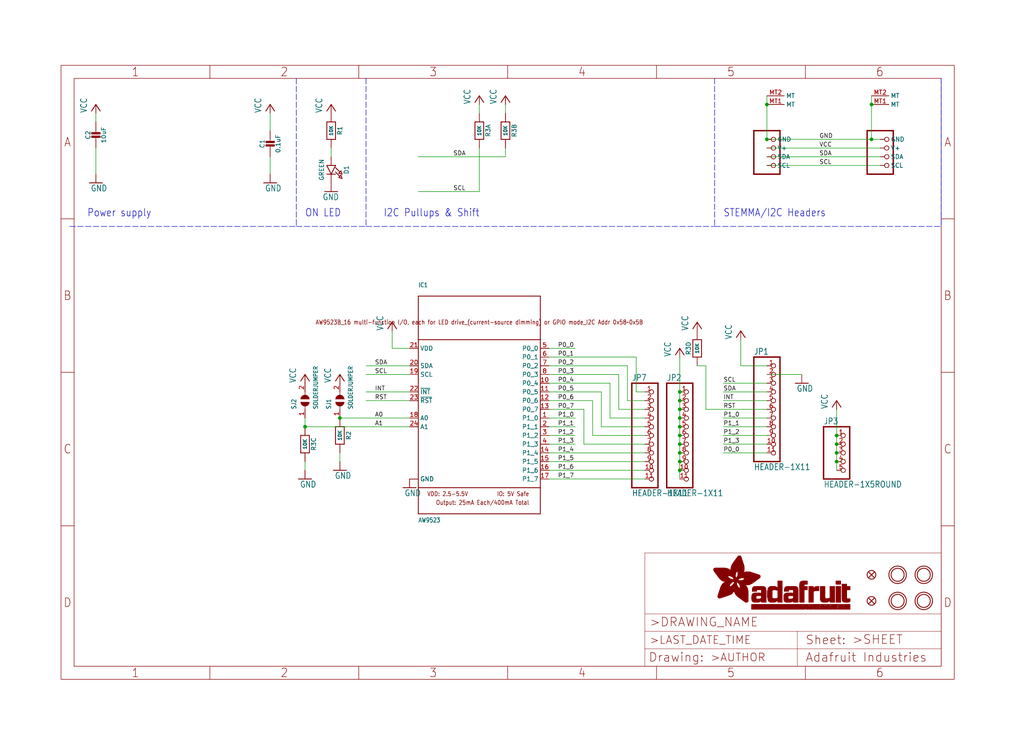
<source format=kicad_sch>
(kicad_sch (version 20211123) (generator eeschema)
  (paper "User" 298.45 217.881)
  (lib_symbols
    (symbol "eagleSchem-eagle-import:AW9523"
      (property "Reference" "IC" (at -17.78 38.1 0))
      (property "Value" "AW9523" (at -17.78 -30.48 0))
      (symbol "AW9523_1_0"
        (text "AW9523B_16 multi-function I/O, each for LED drive_(current-source dimming) or GPIO mode_I2C Addr 0x58~0x5B" (at 0 27.94 0) (effects (font (size 1.27 1.0795))))
        (text "IO: 5V Safe" (at 5.08 -22.86 0) (effects (font (size 1.27 1.0795)) (justify left bottom)))
        (text "Output: 25mA Each/400mA Total" (at -12.7 -25.4 0) (effects (font (size 1.27 1.0795)) (justify left bottom)))
        (text "VDD: 2.5-5.5V" (at -15.24 -22.86 0) (effects (font (size 1.27 1.0795)) (justify left bottom)))
        (pin bidirectional line (at 20.32 0 180) (length 2.54) (name "P1_0") (number "1"))
        (pin bidirectional line (at 20.32 10.16 180) (length 2.54) (name "P0_4") (number "10"))
        (pin bidirectional line (at 20.32 7.62 180) (length 2.54) (name "P0_5") (number "11"))
        (pin bidirectional line (at 20.32 5.08 180) (length 2.54) (name "P0_6") (number "12"))
        (pin bidirectional line (at 20.32 2.54 180) (length 2.54) (name "P0_7") (number "13"))
        (pin bidirectional line (at 20.32 -10.16 180) (length 2.54) (name "P1_4") (number "14"))
        (pin bidirectional line (at 20.32 -12.7 180) (length 2.54) (name "P1_5") (number "15"))
        (pin bidirectional line (at 20.32 -15.24 180) (length 2.54) (name "P1_6") (number "16"))
        (pin bidirectional line (at 20.32 -17.78 180) (length 2.54) (name "P1_7") (number "17"))
        (pin input line (at -20.32 0 0) (length 2.54) (name "A0") (number "18"))
        (pin bidirectional line (at -20.32 12.7 0) (length 2.54) (name "SCL") (number "19"))
        (pin bidirectional line (at 20.32 -2.54 180) (length 2.54) (name "P1_1") (number "2"))
        (pin bidirectional line (at -20.32 15.24 0) (length 2.54) (name "SDA") (number "20"))
        (pin power_in line (at -20.32 20.32 0) (length 2.54) (name "VDD") (number "21"))
        (pin output line (at -20.32 7.62 0) (length 2.54) (name "~{INT}") (number "22"))
        (pin input line (at -20.32 5.08 0) (length 2.54) (name "~{RST}") (number "23"))
        (pin input line (at -20.32 -2.54 0) (length 2.54) (name "A1") (number "24"))
        (pin bidirectional line (at 20.32 -5.08 180) (length 2.54) (name "P1_2") (number "3"))
        (pin bidirectional line (at 20.32 -7.62 180) (length 2.54) (name "P1_3") (number "4"))
        (pin bidirectional line (at 20.32 20.32 180) (length 2.54) (name "P0_0") (number "5"))
        (pin bidirectional line (at 20.32 17.78 180) (length 2.54) (name "P0_1") (number "6"))
        (pin bidirectional line (at 20.32 15.24 180) (length 2.54) (name "P0_2") (number "7"))
        (pin bidirectional line (at 20.32 12.7 180) (length 2.54) (name "P0_3") (number "8"))
        (pin power_in line (at -20.32 -17.78 0) (length 2.54) (name "GND") (number "9"))
        (pin power_in line (at -20.32 -17.78 0) (length 2.54) (name "GND") (number "THERM"))
      )
    )
    (symbol "eagleSchem-eagle-import:CAP_CERAMIC0603_NO"
      (property "Reference" "C" (at -2.29 1.25 90))
      (property "Value" "CAP_CERAMIC0603_NO" (at 2.3 1.25 90))
      (symbol "CAP_CERAMIC0603_NO_1_0"
        (pin passive line (at 0 5.08 270) (length 2.54) (name "1") (number "1"))
        (pin passive line (at 0 -2.54 90) (length 2.54) (name "2") (number "2"))
      )
    )
    (symbol "eagleSchem-eagle-import:CAP_CERAMIC0805-NOOUTLINE"
      (property "Reference" "C" (at -2.29 1.25 90))
      (property "Value" "CAP_CERAMIC0805-NOOUTLINE" (at 2.3 1.25 90))
      (symbol "CAP_CERAMIC0805-NOOUTLINE_1_0"
        (pin passive line (at 0 5.08 270) (length 2.54) (name "1") (number "1"))
        (pin passive line (at 0 -2.54 90) (length 2.54) (name "2") (number "2"))
      )
    )
    (symbol "eagleSchem-eagle-import:FIDUCIAL_1MM")
    (symbol "eagleSchem-eagle-import:FRAME_A4_ADAFRUIT"
      (symbol "FRAME_A4_ADAFRUIT_0_0"
        (text "1" (at 21.6958 1.905 0) (effects (font (size 2.54 2.286))))
        (text "1" (at 21.6958 177.165 0) (effects (font (size 2.54 2.286))))
        (text "2" (at 65.0875 1.905 0) (effects (font (size 2.54 2.286))))
        (text "2" (at 65.0875 177.165 0) (effects (font (size 2.54 2.286))))
        (text "3" (at 108.4792 1.905 0) (effects (font (size 2.54 2.286))))
        (text "3" (at 108.4792 177.165 0) (effects (font (size 2.54 2.286))))
        (text "4" (at 151.8708 1.905 0) (effects (font (size 2.54 2.286))))
        (text "4" (at 151.8708 177.165 0) (effects (font (size 2.54 2.286))))
        (text "5" (at 195.2625 1.905 0) (effects (font (size 2.54 2.286))))
        (text "5" (at 195.2625 177.165 0) (effects (font (size 2.54 2.286))))
        (text "6" (at 238.6542 1.905 0) (effects (font (size 2.54 2.286))))
        (text "6" (at 238.6542 177.165 0) (effects (font (size 2.54 2.286))))
        (text "A" (at 1.905 156.6863 0) (effects (font (size 2.54 2.286))))
        (text "A" (at 258.445 156.6863 0) (effects (font (size 2.54 2.286))))
        (text "B" (at 1.905 111.9188 0) (effects (font (size 2.54 2.286))))
        (text "B" (at 258.445 111.9188 0) (effects (font (size 2.54 2.286))))
        (text "C" (at 1.905 67.1513 0) (effects (font (size 2.54 2.286))))
        (text "C" (at 258.445 67.1513 0) (effects (font (size 2.54 2.286))))
        (text "D" (at 1.905 22.3838 0) (effects (font (size 2.54 2.286))))
        (text "D" (at 258.445 22.3838 0) (effects (font (size 2.54 2.286))))
      )
      (symbol "FRAME_A4_ADAFRUIT_1_0"
        (text ">AUTHOR" (at 189.23 5.08 0) (effects (font (size 2.286 2.286)) (justify left bottom)))
        (text ">DRAWING_NAME" (at 171.45 15.24 0) (effects (font (size 2.54 2.54)) (justify left bottom)))
        (text ">LAST_DATE_TIME" (at 171.45 10.16 0) (effects (font (size 2.286 2.286)) (justify left bottom)))
        (text ">SHEET" (at 230.505 10.16 0) (effects (font (size 2.54 2.54)) (justify left bottom)))
        (text "Adafruit Industries" (at 216.916 4.953 0) (effects (font (size 2.54 2.54)) (justify left bottom)))
        (text "Drawing:" (at 171.196 4.953 0) (effects (font (size 2.54 2.54)) (justify left bottom)))
        (text "Sheet:" (at 216.916 10.033 0) (effects (font (size 2.54 2.54)) (justify left bottom)))
      )
    )
    (symbol "eagleSchem-eagle-import:GND" (power)
      (property "Value" "GND" (at -2.54 -2.54 0))
      (symbol "GND_1_0"
        (pin power_in line (at 0 2.54 270) (length 2.54) (name "GND") (number "1"))
      )
    )
    (symbol "eagleSchem-eagle-import:HEADER-1X11"
      (property "Reference" "JP" (at -6.35 15.875 0))
      (property "Value" "HEADER-1X11" (at -6.35 -17.78 0))
      (symbol "HEADER-1X11_1_0"
        (pin passive inverted (at -2.54 12.7 0) (length 2.54) (name "1") (number "1"))
        (pin passive inverted (at -2.54 -10.16 0) (length 2.54) (name "10") (number "10"))
        (pin passive inverted (at -2.54 -12.7 0) (length 2.54) (name "11") (number "11"))
        (pin passive inverted (at -2.54 10.16 0) (length 2.54) (name "2") (number "2"))
        (pin passive inverted (at -2.54 7.62 0) (length 2.54) (name "3") (number "3"))
        (pin passive inverted (at -2.54 5.08 0) (length 2.54) (name "4") (number "4"))
        (pin passive inverted (at -2.54 2.54 0) (length 2.54) (name "5") (number "5"))
        (pin passive inverted (at -2.54 0 0) (length 2.54) (name "6") (number "6"))
        (pin passive inverted (at -2.54 -2.54 0) (length 2.54) (name "7") (number "7"))
        (pin passive inverted (at -2.54 -5.08 0) (length 2.54) (name "8") (number "8"))
        (pin passive inverted (at -2.54 -7.62 0) (length 2.54) (name "9") (number "9"))
      )
    )
    (symbol "eagleSchem-eagle-import:HEADER-1X5ROUND"
      (property "Reference" "JP" (at -6.35 8.255 0))
      (property "Value" "HEADER-1X5ROUND" (at -6.35 -10.16 0))
      (symbol "HEADER-1X5ROUND_1_0"
        (pin passive inverted (at -2.54 5.08 0) (length 2.54) (name "1") (number "1"))
        (pin passive inverted (at -2.54 2.54 0) (length 2.54) (name "2") (number "2"))
        (pin passive inverted (at -2.54 0 0) (length 2.54) (name "3") (number "3"))
        (pin passive inverted (at -2.54 -2.54 0) (length 2.54) (name "4") (number "4"))
        (pin passive inverted (at -2.54 -5.08 0) (length 2.54) (name "5") (number "5"))
      )
    )
    (symbol "eagleSchem-eagle-import:LED0603_NOOUTLINE"
      (property "Reference" "D" (at -1.27 4.445 0))
      (property "Value" "LED0603_NOOUTLINE" (at -1.27 -2.794 0))
      (symbol "LED0603_NOOUTLINE_1_0"
        (pin passive line (at -5.08 0 0) (length 2.54) (name "A") (number "A"))
        (pin passive line (at 2.54 0 180) (length 2.54) (name "C") (number "C"))
      )
    )
    (symbol "eagleSchem-eagle-import:MOUNTINGHOLE2.5")
    (symbol "eagleSchem-eagle-import:RESISTOR_0603_NOOUT"
      (property "Reference" "R" (at 0 2.54 0))
      (property "Value" "RESISTOR_0603_NOOUT" (at 0 0 0))
      (symbol "RESISTOR_0603_NOOUT_1_0"
        (pin passive line (at -5.08 0 0) (length 2.54) (name "1") (number "1"))
        (pin passive line (at 5.08 0 180) (length 2.54) (name "2") (number "2"))
      )
    )
    (symbol "eagleSchem-eagle-import:RESISTOR_4PACK"
      (property "Reference" "R" (at 0 2.54 0))
      (property "Value" "RESISTOR_4PACK" (at 0 0 0))
      (symbol "RESISTOR_4PACK_1_0"
        (pin passive line (at -5.08 0 0) (length 2.54) (name "1") (number "1"))
        (pin passive line (at 5.08 0 180) (length 2.54) (name "2") (number "8"))
      )
      (symbol "RESISTOR_4PACK_2_0"
        (pin passive line (at -5.08 0 0) (length 2.54) (name "1") (number "2"))
        (pin passive line (at 5.08 0 180) (length 2.54) (name "2") (number "7"))
      )
      (symbol "RESISTOR_4PACK_3_0"
        (pin passive line (at -5.08 0 0) (length 2.54) (name "1") (number "3"))
        (pin passive line (at 5.08 0 180) (length 2.54) (name "2") (number "6"))
      )
      (symbol "RESISTOR_4PACK_4_0"
        (pin passive line (at -5.08 0 0) (length 2.54) (name "1") (number "4"))
        (pin passive line (at 5.08 0 180) (length 2.54) (name "2") (number "5"))
      )
    )
    (symbol "eagleSchem-eagle-import:SOLDERJUMPER"
      (property "Reference" "SJ" (at -2.54 2.54 0))
      (property "Value" "SOLDERJUMPER" (at -2.54 -3.81 0))
      (symbol "SOLDERJUMPER_1_0"
        (pin passive line (at -5.08 0 0) (length 2.54) (name "1") (number "1"))
        (pin passive line (at 5.08 0 180) (length 2.54) (name "2") (number "2"))
      )
    )
    (symbol "eagleSchem-eagle-import:STEMMA_I2C_QT"
      (symbol "STEMMA_I2C_QT_1_0"
        (pin passive inverted (at 0 5.08 0) (length 2.54) (name "GND") (number "1"))
        (pin passive inverted (at 0 2.54 0) (length 2.54) (name "V+") (number "2"))
        (pin passive inverted (at 0 0 0) (length 2.54) (name "SDA") (number "3"))
        (pin passive inverted (at 0 -2.54 0) (length 2.54) (name "SCL") (number "4"))
      )
      (symbol "STEMMA_I2C_QT_2_0"
        (pin bidirectional line (at 0 0 0) (length 5.08) (name "MT") (number "MT1"))
      )
      (symbol "STEMMA_I2C_QT_3_0"
        (pin bidirectional line (at 0 0 0) (length 5.08) (name "MT") (number "MT2"))
      )
    )
    (symbol "eagleSchem-eagle-import:VCC" (power)
      (property "Value" "VCC" (at -2.54 -2.54 90))
      (symbol "VCC_1_0"
        (pin power_in line (at 0 -2.54 90) (length 2.54) (name "VCC") (number "1"))
      )
    )
  )
  (junction (at 254 30.48))
  (junction (at 198.12 129.54))
  (junction (at 198.12 137.16))
  (junction (at 243.84 132.08))
  (junction (at 88.9 124.46))
  (junction (at 254 40.64))
  (junction (at 99.06 121.92))
  (junction (at 198.12 114.3))
  (junction (at 198.12 116.84))
  (junction (at 243.84 134.62))
  (junction (at 198.12 124.46))
  (junction (at 243.84 129.54))
  (junction (at 223.52 30.48))
  (junction (at 198.12 127))
  (junction (at 198.12 119.38))
  (junction (at 223.52 40.64))
  (junction (at 243.84 127))
  (junction (at 198.12 121.92))
  (junction (at 198.12 134.62))
  (junction (at 198.12 132.08))
  (wire (pts (xy 99.06 132.08) (xy 99.06 134.62)))
  (wire (pts (xy 99.06 121.92) (xy 119.38 121.92)))
  (wire (pts (xy 106.68 116.84) (xy 119.38 116.84)))
  (polyline (pts (xy 20.32 66.04) (xy 86.36 66.04)))
  (wire (pts (xy 177.8 111.76) (xy 177.8 121.92)))
  (wire (pts (xy 106.68 109.22) (xy 119.38 109.22)))
  (wire (pts (xy 210.82 127) (xy 223.52 127)))
  (wire (pts (xy 160.02 116.84) (xy 172.72 116.84)))
  (wire (pts (xy 160.02 101.6) (xy 167.64 101.6)))
  (wire (pts (xy 198.12 114.3) (xy 198.12 104.14)))
  (wire (pts (xy 198.12 119.38) (xy 198.12 121.92)))
  (wire (pts (xy 198.12 129.54) (xy 198.12 132.08)))
  (wire (pts (xy 223.52 106.68) (xy 215.9 106.68)))
  (wire (pts (xy 175.26 124.46) (xy 175.26 114.3)))
  (polyline (pts (xy 86.36 22.86) (xy 86.36 66.04)))
  (wire (pts (xy 198.12 137.16) (xy 198.12 139.7)))
  (wire (pts (xy 172.72 116.84) (xy 172.72 127)))
  (wire (pts (xy 223.52 48.26) (xy 256.54 48.26)))
  (wire (pts (xy 139.7 30.48) (xy 139.7 33.02)))
  (wire (pts (xy 223.52 109.22) (xy 233.68 109.22)))
  (wire (pts (xy 223.52 27.94) (xy 223.52 30.48)))
  (wire (pts (xy 223.52 43.18) (xy 256.54 43.18)))
  (wire (pts (xy 243.84 127) (xy 243.84 119.38)))
  (wire (pts (xy 223.52 114.3) (xy 210.82 114.3)))
  (wire (pts (xy 198.12 134.62) (xy 198.12 137.16)))
  (wire (pts (xy 215.9 106.68) (xy 215.9 99.06)))
  (wire (pts (xy 256.54 40.64) (xy 254 40.64)))
  (wire (pts (xy 27.94 50.8) (xy 27.94 43.18)))
  (wire (pts (xy 119.38 124.46) (xy 88.9 124.46)))
  (wire (pts (xy 160.02 119.38) (xy 170.18 119.38)))
  (wire (pts (xy 254 30.48) (xy 254 40.64)))
  (wire (pts (xy 160.02 139.7) (xy 187.96 139.7)))
  (wire (pts (xy 147.32 33.02) (xy 147.32 30.48)))
  (wire (pts (xy 223.52 119.38) (xy 205.74 119.38)))
  (wire (pts (xy 160.02 114.3) (xy 175.26 114.3)))
  (wire (pts (xy 88.9 124.46) (xy 88.9 121.92)))
  (wire (pts (xy 243.84 134.62) (xy 243.84 137.16)))
  (wire (pts (xy 160.02 106.68) (xy 182.88 106.68)))
  (wire (pts (xy 254 27.94) (xy 254 30.48)))
  (wire (pts (xy 160.02 109.22) (xy 180.34 109.22)))
  (polyline (pts (xy 274.32 22.86) (xy 274.32 66.04)))
  (wire (pts (xy 223.52 124.46) (xy 210.82 124.46)))
  (wire (pts (xy 256.54 45.72) (xy 223.52 45.72)))
  (wire (pts (xy 78.74 33.02) (xy 78.74 38.1)))
  (wire (pts (xy 160.02 111.76) (xy 177.8 111.76)))
  (wire (pts (xy 172.72 127) (xy 187.96 127)))
  (wire (pts (xy 88.9 137.16) (xy 88.9 134.62)))
  (wire (pts (xy 78.74 45.72) (xy 78.74 50.8)))
  (wire (pts (xy 180.34 109.22) (xy 180.34 119.38)))
  (wire (pts (xy 243.84 129.54) (xy 243.84 132.08)))
  (wire (pts (xy 167.64 129.54) (xy 160.02 129.54)))
  (wire (pts (xy 185.42 114.3) (xy 185.42 104.14)))
  (wire (pts (xy 119.38 106.68) (xy 106.68 106.68)))
  (wire (pts (xy 170.18 129.54) (xy 187.96 129.54)))
  (wire (pts (xy 223.52 129.54) (xy 210.82 129.54)))
  (wire (pts (xy 185.42 104.14) (xy 160.02 104.14)))
  (wire (pts (xy 187.96 116.84) (xy 182.88 116.84)))
  (wire (pts (xy 210.82 121.92) (xy 223.52 121.92)))
  (wire (pts (xy 223.52 30.48) (xy 223.52 40.64)))
  (wire (pts (xy 160.02 134.62) (xy 187.96 134.62)))
  (polyline (pts (xy 208.28 22.86) (xy 208.28 66.04)))
  (wire (pts (xy 119.38 114.3) (xy 106.68 114.3)))
  (wire (pts (xy 198.12 121.92) (xy 198.12 124.46)))
  (polyline (pts (xy 208.28 66.04) (xy 274.32 66.04)))
  (wire (pts (xy 167.64 124.46) (xy 160.02 124.46)))
  (wire (pts (xy 139.7 55.88) (xy 121.92 55.88)))
  (wire (pts (xy 205.74 106.68) (xy 203.2 106.68)))
  (wire (pts (xy 147.32 43.18) (xy 147.32 45.72)))
  (wire (pts (xy 187.96 137.16) (xy 160.02 137.16)))
  (wire (pts (xy 182.88 106.68) (xy 182.88 116.84)))
  (polyline (pts (xy 106.68 22.86) (xy 106.68 66.04)))
  (wire (pts (xy 210.82 132.08) (xy 223.52 132.08)))
  (wire (pts (xy 119.38 101.6) (xy 114.3 101.6)))
  (wire (pts (xy 223.52 111.76) (xy 210.82 111.76)))
  (wire (pts (xy 223.52 116.84) (xy 210.82 116.84)))
  (wire (pts (xy 198.12 124.46) (xy 198.12 127)))
  (wire (pts (xy 205.74 119.38) (xy 205.74 106.68)))
  (wire (pts (xy 198.12 114.3) (xy 198.12 116.84)))
  (wire (pts (xy 243.84 132.08) (xy 243.84 134.62)))
  (wire (pts (xy 27.94 33.02) (xy 27.94 35.56)))
  (wire (pts (xy 177.8 121.92) (xy 187.96 121.92)))
  (wire (pts (xy 254 40.64) (xy 223.52 40.64)))
  (polyline (pts (xy 86.36 66.04) (xy 106.68 66.04)))
  (wire (pts (xy 187.96 114.3) (xy 185.42 114.3)))
  (wire (pts (xy 198.12 116.84) (xy 198.12 119.38)))
  (wire (pts (xy 139.7 43.18) (xy 139.7 55.88)))
  (wire (pts (xy 147.32 45.72) (xy 121.92 45.72)))
  (wire (pts (xy 96.52 45.72) (xy 96.52 43.18)))
  (polyline (pts (xy 106.68 66.04) (xy 208.28 66.04)))
  (wire (pts (xy 198.12 127) (xy 198.12 129.54)))
  (wire (pts (xy 180.34 119.38) (xy 187.96 119.38)))
  (wire (pts (xy 198.12 132.08) (xy 198.12 134.62)))
  (wire (pts (xy 243.84 127) (xy 243.84 129.54)))
  (wire (pts (xy 187.96 124.46) (xy 175.26 124.46)))
  (wire (pts (xy 170.18 119.38) (xy 170.18 129.54)))
  (wire (pts (xy 160.02 121.92) (xy 167.64 121.92)))
  (wire (pts (xy 187.96 132.08) (xy 160.02 132.08)))
  (wire (pts (xy 160.02 127) (xy 167.64 127)))
  (wire (pts (xy 114.3 101.6) (xy 114.3 96.52)))
  (text "Power supply" (at 25.4 63.5 180) (effects (font (size 2.1844 1.8567)) (justify left bottom)))
  (text "ON LED" (at 88.9 63.5 180) (effects (font (size 2.1844 1.8567)) (justify left bottom)))
  (text "STEMMA/I2C Headers" (at 210.82 63.5 180) (effects (font (size 2.1844 1.8567)) (justify left bottom)))
  (text "I2C Pullups & Shift" (at 111.76 63.5 180) (effects (font (size 2.1844 1.8567)) (justify left bottom)))
  (label "P0_5" (at 162.56 114.3 0) (effects (font (size 1.2446 1.2446))))
  (label "RST" (at 210.82 119.38 0) (effects (font (size 1.2446 1.2446))))
  (label "P0_7" (at 162.56 119.38 0) (effects (font (size 1.2446 1.2446))))
  (label "P0_0" (at 210.82 132.08 0) (effects (font (size 1.2446 1.2446))))
  (label "P0_0" (at 162.56 101.6 0) (effects (font (size 1.2446 1.2446))))
  (label "P1_1" (at 162.56 124.46 0) (effects (font (size 1.2446 1.2446))))
  (label "P1_2" (at 162.56 127 0) (effects (font (size 1.2446 1.2446))))
  (label "INT" (at 109.22 114.3 0) (effects (font (size 1.2446 1.2446))))
  (label "SDA" (at 132.08 45.72 0) (effects (font (size 1.2446 1.2446))))
  (label "P1_5" (at 162.56 134.62 0) (effects (font (size 1.2446 1.2446))))
  (label "P0_4" (at 162.56 111.76 0) (effects (font (size 1.2446 1.2446))))
  (label "P1_3" (at 162.56 129.54 0) (effects (font (size 1.2446 1.2446))))
  (label "SDA" (at 210.82 114.3 0) (effects (font (size 1.2446 1.2446))))
  (label "P1_6" (at 162.56 137.16 0) (effects (font (size 1.2446 1.2446))))
  (label "P0_3" (at 162.56 109.22 0) (effects (font (size 1.2446 1.2446))))
  (label "P0_2" (at 162.56 106.68 0) (effects (font (size 1.2446 1.2446))))
  (label "P1_0" (at 162.56 121.92 0) (effects (font (size 1.2446 1.2446))))
  (label "INT" (at 210.82 116.84 0) (effects (font (size 1.2446 1.2446))))
  (label "P0_6" (at 162.56 116.84 0) (effects (font (size 1.2446 1.2446))))
  (label "VCC" (at 238.76 43.18 0) (effects (font (size 1.2446 1.2446))))
  (label "P1_7" (at 162.56 139.7 0) (effects (font (size 1.2446 1.2446))))
  (label "A1" (at 109.22 124.46 0) (effects (font (size 1.2446 1.2446))))
  (label "SCL" (at 238.76 48.26 0) (effects (font (size 1.2446 1.2446))))
  (label "SCL" (at 210.82 111.76 0) (effects (font (size 1.2446 1.2446))))
  (label "SDA" (at 109.22 106.68 0) (effects (font (size 1.2446 1.2446))))
  (label "P1_4" (at 162.56 132.08 0) (effects (font (size 1.2446 1.2446))))
  (label "GND" (at 238.76 40.64 0) (effects (font (size 1.2446 1.2446))))
  (label "P1_0" (at 210.82 121.92 0) (effects (font (size 1.2446 1.2446))))
  (label "P1_1" (at 210.82 124.46 0) (effects (font (size 1.2446 1.2446))))
  (label "SCL" (at 132.08 55.88 0) (effects (font (size 1.2446 1.2446))))
  (label "RST" (at 109.22 116.84 0) (effects (font (size 1.2446 1.2446))))
  (label "A0" (at 109.22 121.92 0) (effects (font (size 1.2446 1.2446))))
  (label "P1_3" (at 210.82 129.54 0) (effects (font (size 1.2446 1.2446))))
  (label "SDA" (at 238.76 45.72 0) (effects (font (size 1.2446 1.2446))))
  (label "P1_2" (at 210.82 127 0) (effects (font (size 1.2446 1.2446))))
  (label "P0_1" (at 162.56 104.14 0) (effects (font (size 1.2446 1.2446))))
  (label "SCL" (at 109.22 109.22 0) (effects (font (size 1.2446 1.2446))))
  (symbol (lib_id "eagleSchem-eagle-import:VCC") (at 78.74 30.48 0) (unit 1)
    (property "Reference" "#P+5" (effects hide))
    (property "Value" "VCC" (at 76.2 33.02 90) (effects (font (size 1.778 1.5113)) (justify left bottom)))
    (property "Footprint" "eagleSchem:" (effects hide))
  )
  (symbol (lib_id "eagleSchem-eagle-import:VCC") (at 147.32 27.94 0) (unit 1)
    (property "Reference" "#P+2" (effects hide))
    (property "Value" "VCC" (at 144.78 30.48 90) (effects (font (size 1.778 1.5113)) (justify left bottom)))
    (property "Footprint" "eagleSchem:" (effects hide))
  )
  (symbol (lib_id "eagleSchem-eagle-import:MOUNTINGHOLE2.5") (at 261.62 167.64 0) (unit 1)
    (property "Reference" "U$17" (effects hide))
    (property "Value" "MOUNTINGHOLE2.5" (effects hide))
    (property "Footprint" "eagleSchem:MOUNTINGHOLE_2.5_PLATED" (effects hide))
  )
  (symbol (lib_id "eagleSchem-eagle-import:SOLDERJUMPER") (at 99.06 116.84 90) (unit 1)
    (property "Reference" "SJ1" (at 96.52 119.38 0) (effects (font (size 1.27 1.0795)) (justify left bottom)))
    (property "Value" "SOLDERJUMPER" (at 102.87 119.38 0) (effects (font (size 1.27 1.0795)) (justify left bottom)))
    (property "Footprint" "eagleSchem:SOLDERJUMPER_ARROW_NOPASTE" (effects hide))
  )
  (symbol (lib_id "eagleSchem-eagle-import:LED0603_NOOUTLINE") (at 96.52 50.8 270) (unit 1)
    (property "Reference" "D1" (at 100.965 49.53 0))
    (property "Value" "GREEN" (at 93.726 49.53 0))
    (property "Footprint" "eagleSchem:CHIPLED_0603_NOOUTLINE" (effects hide))
  )
  (symbol (lib_id "eagleSchem-eagle-import:HEADER-1X11") (at 200.66 127 0) (unit 1)
    (property "Reference" "JP2" (at 194.31 111.125 0) (effects (font (size 1.778 1.5113)) (justify left bottom)))
    (property "Value" "HEADER-1X11" (at 194.31 144.78 0) (effects (font (size 1.778 1.5113)) (justify left bottom)))
    (property "Footprint" "eagleSchem:1X11_ROUND" (effects hide))
  )
  (symbol (lib_id "eagleSchem-eagle-import:RESISTOR_0603_NOOUT") (at 99.06 127 270) (unit 1)
    (property "Reference" "R2" (at 101.6 127 0))
    (property "Value" "10K" (at 99.06 127 0) (effects (font (size 1.016 1.016) bold)))
    (property "Footprint" "eagleSchem:0603-NO" (effects hide))
  )
  (symbol (lib_id "eagleSchem-eagle-import:GND") (at 78.74 53.34 0) (unit 1)
    (property "Reference" "#U$6" (effects hide))
    (property "Value" "GND" (at 77.216 55.88 0) (effects (font (size 1.778 1.5113)) (justify left bottom)))
    (property "Footprint" "eagleSchem:" (effects hide))
  )
  (symbol (lib_id "eagleSchem-eagle-import:VCC") (at 96.52 30.48 0) (unit 1)
    (property "Reference" "#P+6" (effects hide))
    (property "Value" "VCC" (at 93.98 33.02 90) (effects (font (size 1.778 1.5113)) (justify left bottom)))
    (property "Footprint" "eagleSchem:" (effects hide))
  )
  (symbol (lib_id "eagleSchem-eagle-import:STEMMA_I2C_QT") (at 223.52 27.94 0) (unit 3)
    (property "Reference" "CONN3" (effects hide))
    (property "Value" "STEMMA_I2C_QT" (effects hide))
    (property "Footprint" "eagleSchem:JST_SH4" (effects hide))
  )
  (symbol (lib_id "eagleSchem-eagle-import:RESISTOR_4PACK") (at 88.9 129.54 270) (unit 3)
    (property "Reference" "R3" (at 91.44 129.54 0))
    (property "Value" "10K" (at 88.9 129.54 0) (effects (font (size 1.016 1.016) bold)))
    (property "Footprint" "eagleSchem:RESPACK_4X0603" (effects hide))
  )
  (symbol (lib_id "eagleSchem-eagle-import:HEADER-1X5ROUND") (at 246.38 132.08 0) (unit 1)
    (property "Reference" "JP3" (at 240.03 123.825 0) (effects (font (size 1.778 1.5113)) (justify left bottom)))
    (property "Value" "HEADER-1X5ROUND" (at 240.03 142.24 0) (effects (font (size 1.778 1.5113)) (justify left bottom)))
    (property "Footprint" "eagleSchem:1X05_ROUND" (effects hide))
  )
  (symbol (lib_id "eagleSchem-eagle-import:RESISTOR_0603_NOOUT") (at 96.52 38.1 270) (unit 1)
    (property "Reference" "R1" (at 99.06 38.1 0))
    (property "Value" "10K" (at 96.52 38.1 0) (effects (font (size 1.016 1.016) bold)))
    (property "Footprint" "eagleSchem:0603-NO" (effects hide))
  )
  (symbol (lib_id "eagleSchem-eagle-import:VCC") (at 243.84 116.84 0) (unit 1)
    (property "Reference" "#P+12" (effects hide))
    (property "Value" "VCC" (at 241.3 119.38 90) (effects (font (size 1.778 1.5113)) (justify left bottom)))
    (property "Footprint" "eagleSchem:" (effects hide))
  )
  (symbol (lib_id "eagleSchem-eagle-import:RESISTOR_4PACK") (at 147.32 38.1 270) (unit 2)
    (property "Reference" "R3" (at 149.86 38.1 0))
    (property "Value" "10K" (at 147.32 38.1 0) (effects (font (size 1.016 1.016) bold)))
    (property "Footprint" "eagleSchem:RESPACK_4X0603" (effects hide))
  )
  (symbol (lib_id "eagleSchem-eagle-import:MOUNTINGHOLE2.5") (at 269.24 167.64 0) (unit 1)
    (property "Reference" "U$19" (effects hide))
    (property "Value" "MOUNTINGHOLE2.5" (effects hide))
    (property "Footprint" "eagleSchem:MOUNTINGHOLE_2.5_PLATED" (effects hide))
  )
  (symbol (lib_id "eagleSchem-eagle-import:HEADER-1X11") (at 226.06 119.38 0) (unit 1)
    (property "Reference" "JP1" (at 219.71 103.505 0) (effects (font (size 1.778 1.5113)) (justify left bottom)))
    (property "Value" "HEADER-1X11" (at 219.71 137.16 0) (effects (font (size 1.778 1.5113)) (justify left bottom)))
    (property "Footprint" "eagleSchem:1X11_ROUND" (effects hide))
  )
  (symbol (lib_id "eagleSchem-eagle-import:RESISTOR_4PACK") (at 203.2 101.6 90) (unit 4)
    (property "Reference" "R3" (at 200.66 101.6 0))
    (property "Value" "10K" (at 203.2 101.6 0) (effects (font (size 1.016 1.016) bold)))
    (property "Footprint" "eagleSchem:RESPACK_4X0603" (effects hide))
  )
  (symbol (lib_id "eagleSchem-eagle-import:STEMMA_I2C_QT") (at 256.54 45.72 0) (unit 1)
    (property "Reference" "CONN4" (effects hide))
    (property "Value" "STEMMA_I2C_QT" (effects hide))
    (property "Footprint" "eagleSchem:JST_SH4" (effects hide))
  )
  (symbol (lib_id "eagleSchem-eagle-import:GND") (at 88.9 139.7 0) (unit 1)
    (property "Reference" "#U$5" (effects hide))
    (property "Value" "GND" (at 87.376 142.24 0) (effects (font (size 1.778 1.5113)) (justify left bottom)))
    (property "Footprint" "eagleSchem:" (effects hide))
  )
  (symbol (lib_id "eagleSchem-eagle-import:STEMMA_I2C_QT") (at 254 27.94 0) (unit 3)
    (property "Reference" "CONN4" (effects hide))
    (property "Value" "STEMMA_I2C_QT" (effects hide))
    (property "Footprint" "eagleSchem:JST_SH4" (effects hide))
  )
  (symbol (lib_id "eagleSchem-eagle-import:VCC") (at 198.12 101.6 0) (unit 1)
    (property "Reference" "#P+11" (effects hide))
    (property "Value" "VCC" (at 195.58 104.14 90) (effects (font (size 1.778 1.5113)) (justify left bottom)))
    (property "Footprint" "eagleSchem:" (effects hide))
  )
  (symbol (lib_id "eagleSchem-eagle-import:VCC") (at 203.2 93.98 0) (unit 1)
    (property "Reference" "#P+10" (effects hide))
    (property "Value" "VCC" (at 200.66 96.52 90) (effects (font (size 1.778 1.5113)) (justify left bottom)))
    (property "Footprint" "eagleSchem:" (effects hide))
  )
  (symbol (lib_id "eagleSchem-eagle-import:GND") (at 119.38 142.24 0) (unit 1)
    (property "Reference" "#U$4" (effects hide))
    (property "Value" "GND" (at 117.856 144.78 0) (effects (font (size 1.778 1.5113)) (justify left bottom)))
    (property "Footprint" "eagleSchem:" (effects hide))
  )
  (symbol (lib_id "eagleSchem-eagle-import:VCC") (at 27.94 30.48 0) (unit 1)
    (property "Reference" "#P+3" (effects hide))
    (property "Value" "VCC" (at 25.4 33.02 90) (effects (font (size 1.778 1.5113)) (justify left bottom)))
    (property "Footprint" "eagleSchem:" (effects hide))
  )
  (symbol (lib_id "eagleSchem-eagle-import:FIDUCIAL_1MM") (at 254 175.26 0) (unit 1)
    (property "Reference" "FID3" (effects hide))
    (property "Value" "FIDUCIAL_1MM" (effects hide))
    (property "Footprint" "eagleSchem:FIDUCIAL_1MM" (effects hide))
  )
  (symbol (lib_id "eagleSchem-eagle-import:CAP_CERAMIC0805-NOOUTLINE") (at 27.94 40.64 0) (unit 1)
    (property "Reference" "C2" (at 25.65 39.39 90))
    (property "Value" "10uF" (at 30.24 39.39 90))
    (property "Footprint" "eagleSchem:0805-NO" (effects hide))
  )
  (symbol (lib_id "eagleSchem-eagle-import:GND") (at 96.52 55.88 0) (unit 1)
    (property "Reference" "#GND6" (effects hide))
    (property "Value" "GND" (at 93.98 58.42 0) (effects (font (size 1.778 1.5113)) (justify left bottom)))
    (property "Footprint" "eagleSchem:" (effects hide))
  )
  (symbol (lib_id "eagleSchem-eagle-import:SOLDERJUMPER") (at 88.9 116.84 90) (unit 1)
    (property "Reference" "SJ2" (at 86.36 119.38 0) (effects (font (size 1.27 1.0795)) (justify left bottom)))
    (property "Value" "SOLDERJUMPER" (at 92.71 119.38 0) (effects (font (size 1.27 1.0795)) (justify left bottom)))
    (property "Footprint" "eagleSchem:SOLDERJUMPER_ARROW_NOPASTE" (effects hide))
  )
  (symbol (lib_id "eagleSchem-eagle-import:MOUNTINGHOLE2.5") (at 269.24 175.26 0) (unit 1)
    (property "Reference" "U$21" (effects hide))
    (property "Value" "MOUNTINGHOLE2.5" (effects hide))
    (property "Footprint" "eagleSchem:MOUNTINGHOLE_2.5_PLATED" (effects hide))
  )
  (symbol (lib_id "eagleSchem-eagle-import:FIDUCIAL_1MM") (at 254 167.64 0) (unit 1)
    (property "Reference" "FID4" (effects hide))
    (property "Value" "FIDUCIAL_1MM" (effects hide))
    (property "Footprint" "eagleSchem:FIDUCIAL_1MM" (effects hide))
  )
  (symbol (lib_id "eagleSchem-eagle-import:RESISTOR_4PACK") (at 139.7 38.1 270) (unit 1)
    (property "Reference" "R3" (at 142.24 38.1 0))
    (property "Value" "10K" (at 139.7 38.1 0) (effects (font (size 1.016 1.016) bold)))
    (property "Footprint" "eagleSchem:RESPACK_4X0603" (effects hide))
  )
  (symbol (lib_id "eagleSchem-eagle-import:HEADER-1X11") (at 190.5 127 0) (unit 1)
    (property "Reference" "JP7" (at 184.15 111.125 0) (effects (font (size 1.778 1.5113)) (justify left bottom)))
    (property "Value" "HEADER-1X11" (at 184.15 144.78 0) (effects (font (size 1.778 1.5113)) (justify left bottom)))
    (property "Footprint" "eagleSchem:1X11_ROUND" (effects hide))
  )
  (symbol (lib_id "eagleSchem-eagle-import:AW9523") (at 139.7 121.92 0) (unit 1)
    (property "Reference" "IC1" (at 121.92 83.82 0) (effects (font (size 1.27 1.0795)) (justify left bottom)))
    (property "Value" "AW9523" (at 121.92 152.4 0) (effects (font (size 1.27 1.0795)) (justify left bottom)))
    (property "Footprint" "eagleSchem:QFN24_4MM_SMSC" (effects hide))
  )
  (symbol (lib_id "eagleSchem-eagle-import:VCC") (at 114.3 93.98 0) (unit 1)
    (property "Reference" "#P+7" (effects hide))
    (property "Value" "VCC" (at 111.76 96.52 90) (effects (font (size 1.778 1.5113)) (justify left bottom)))
    (property "Footprint" "eagleSchem:" (effects hide))
  )
  (symbol (lib_id "eagleSchem-eagle-import:GND") (at 233.68 111.76 0) (unit 1)
    (property "Reference" "#U$10" (effects hide))
    (property "Value" "GND" (at 232.156 114.3 0) (effects (font (size 1.778 1.5113)) (justify left bottom)))
    (property "Footprint" "eagleSchem:" (effects hide))
  )
  (symbol (lib_id "eagleSchem-eagle-import:STEMMA_I2C_QT") (at 223.52 30.48 0) (unit 2)
    (property "Reference" "CONN3" (effects hide))
    (property "Value" "STEMMA_I2C_QT" (effects hide))
    (property "Footprint" "eagleSchem:JST_SH4" (effects hide))
  )
  (symbol (lib_id "eagleSchem-eagle-import:FRAME_A4_ADAFRUIT") (at 17.78 198.12 0) (unit 1)
    (property "Reference" "#U$18" (effects hide))
    (property "Value" "FRAME_A4_ADAFRUIT" (effects hide))
    (property "Footprint" "eagleSchem:" (effects hide))
  )
  (symbol (lib_id "eagleSchem-eagle-import:VCC") (at 139.7 27.94 0) (unit 1)
    (property "Reference" "#P+1" (effects hide))
    (property "Value" "VCC" (at 137.16 30.48 90) (effects (font (size 1.778 1.5113)) (justify left bottom)))
    (property "Footprint" "eagleSchem:" (effects hide))
  )
  (symbol (lib_id "eagleSchem-eagle-import:STEMMA_I2C_QT") (at 223.52 45.72 0) (unit 1)
    (property "Reference" "CONN3" (effects hide))
    (property "Value" "STEMMA_I2C_QT" (effects hide))
    (property "Footprint" "eagleSchem:JST_SH4" (effects hide))
  )
  (symbol (lib_id "eagleSchem-eagle-import:GND") (at 99.06 137.16 0) (unit 1)
    (property "Reference" "#U$7" (effects hide))
    (property "Value" "GND" (at 97.536 139.7 0) (effects (font (size 1.778 1.5113)) (justify left bottom)))
    (property "Footprint" "eagleSchem:" (effects hide))
  )
  (symbol (lib_id "eagleSchem-eagle-import:MOUNTINGHOLE2.5") (at 261.62 175.26 0) (unit 1)
    (property "Reference" "U$1" (effects hide))
    (property "Value" "MOUNTINGHOLE2.5" (effects hide))
    (property "Footprint" "eagleSchem:MOUNTINGHOLE_2.5_PLATED" (effects hide))
  )
  (symbol (lib_id "eagleSchem-eagle-import:CAP_CERAMIC0603_NO") (at 78.74 43.18 0) (unit 1)
    (property "Reference" "C1" (at 76.45 41.93 90))
    (property "Value" "0.1uF" (at 81.04 41.93 90))
    (property "Footprint" "eagleSchem:0603-NO" (effects hide))
  )
  (symbol (lib_id "eagleSchem-eagle-import:GND") (at 27.94 53.34 0) (unit 1)
    (property "Reference" "#U$13" (effects hide))
    (property "Value" "GND" (at 26.416 55.88 0) (effects (font (size 1.778 1.5113)) (justify left bottom)))
    (property "Footprint" "eagleSchem:" (effects hide))
  )
  (symbol (lib_id "eagleSchem-eagle-import:VCC") (at 88.9 109.22 0) (unit 1)
    (property "Reference" "#P+9" (effects hide))
    (property "Value" "VCC" (at 86.36 111.76 90) (effects (font (size 1.778 1.5113)) (justify left bottom)))
    (property "Footprint" "eagleSchem:" (effects hide))
  )
  (symbol (lib_id "eagleSchem-eagle-import:STEMMA_I2C_QT") (at 254 30.48 0) (unit 2)
    (property "Reference" "CONN4" (effects hide))
    (property "Value" "STEMMA_I2C_QT" (effects hide))
    (property "Footprint" "eagleSchem:JST_SH4" (effects hide))
  )
  (symbol (lib_id "eagleSchem-eagle-import:VCC") (at 99.06 109.22 0) (unit 1)
    (property "Reference" "#P+8" (effects hide))
    (property "Value" "VCC" (at 96.52 111.76 90) (effects (font (size 1.778 1.5113)) (justify left bottom)))
    (property "Footprint" "eagleSchem:" (effects hide))
  )
  (symbol (lib_id "eagleSchem-eagle-import:VCC") (at 215.9 96.52 0) (unit 1)
    (property "Reference" "#P+4" (effects hide))
    (property "Value" "VCC" (at 213.36 99.06 90) (effects (font (size 1.778 1.5113)) (justify left bottom)))
    (property "Footprint" "eagleSchem:" (effects hide))
  )
)
</source>
